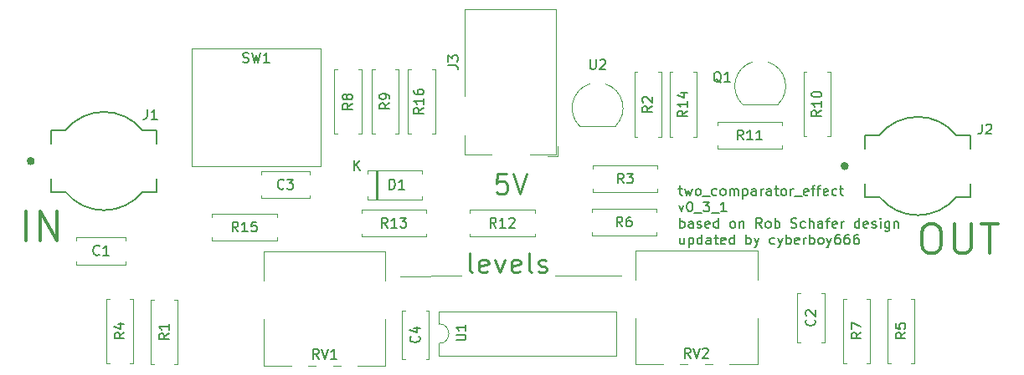
<source format=gbr>
G04 #@! TF.GenerationSoftware,KiCad,Pcbnew,5.1.10*
G04 #@! TF.CreationDate,2021-10-22T12:56:56+13:00*
G04 #@! TF.ProjectId,two_comparator_effect,74776f5f-636f-46d7-9061-7261746f725f,rev?*
G04 #@! TF.SameCoordinates,Original*
G04 #@! TF.FileFunction,Legend,Top*
G04 #@! TF.FilePolarity,Positive*
%FSLAX46Y46*%
G04 Gerber Fmt 4.6, Leading zero omitted, Abs format (unit mm)*
G04 Created by KiCad (PCBNEW 5.1.10) date 2021-10-22 12:56:56*
%MOMM*%
%LPD*%
G01*
G04 APERTURE LIST*
%ADD10C,0.120000*%
%ADD11C,0.250000*%
%ADD12C,0.150000*%
%ADD13C,0.350000*%
%ADD14C,0.127000*%
%ADD15C,0.400000*%
G04 APERTURE END LIST*
D10*
X135000000Y-68250000D02*
X128900000Y-68300000D01*
X144500000Y-68250000D02*
X151200000Y-68250000D01*
D11*
X136178571Y-67904761D02*
X135988095Y-67809523D01*
X135892857Y-67619047D01*
X135892857Y-65904761D01*
X137702380Y-67809523D02*
X137511904Y-67904761D01*
X137130952Y-67904761D01*
X136940476Y-67809523D01*
X136845238Y-67619047D01*
X136845238Y-66857142D01*
X136940476Y-66666666D01*
X137130952Y-66571428D01*
X137511904Y-66571428D01*
X137702380Y-66666666D01*
X137797619Y-66857142D01*
X137797619Y-67047619D01*
X136845238Y-67238095D01*
X138464285Y-66571428D02*
X138940476Y-67904761D01*
X139416666Y-66571428D01*
X140940476Y-67809523D02*
X140750000Y-67904761D01*
X140369047Y-67904761D01*
X140178571Y-67809523D01*
X140083333Y-67619047D01*
X140083333Y-66857142D01*
X140178571Y-66666666D01*
X140369047Y-66571428D01*
X140750000Y-66571428D01*
X140940476Y-66666666D01*
X141035714Y-66857142D01*
X141035714Y-67047619D01*
X140083333Y-67238095D01*
X142178571Y-67904761D02*
X141988095Y-67809523D01*
X141892857Y-67619047D01*
X141892857Y-65904761D01*
X142845238Y-67809523D02*
X143035714Y-67904761D01*
X143416666Y-67904761D01*
X143607142Y-67809523D01*
X143702380Y-67619047D01*
X143702380Y-67523809D01*
X143607142Y-67333333D01*
X143416666Y-67238095D01*
X143130952Y-67238095D01*
X142940476Y-67142857D01*
X142845238Y-66952380D01*
X142845238Y-66857142D01*
X142940476Y-66666666D01*
X143130952Y-66571428D01*
X143416666Y-66571428D01*
X143607142Y-66666666D01*
D12*
X156992738Y-59410714D02*
X157373690Y-59410714D01*
X157135595Y-59077380D02*
X157135595Y-59934523D01*
X157183214Y-60029761D01*
X157278452Y-60077380D01*
X157373690Y-60077380D01*
X157611785Y-59410714D02*
X157802261Y-60077380D01*
X157992738Y-59601190D01*
X158183214Y-60077380D01*
X158373690Y-59410714D01*
X158897500Y-60077380D02*
X158802261Y-60029761D01*
X158754642Y-59982142D01*
X158707023Y-59886904D01*
X158707023Y-59601190D01*
X158754642Y-59505952D01*
X158802261Y-59458333D01*
X158897500Y-59410714D01*
X159040357Y-59410714D01*
X159135595Y-59458333D01*
X159183214Y-59505952D01*
X159230833Y-59601190D01*
X159230833Y-59886904D01*
X159183214Y-59982142D01*
X159135595Y-60029761D01*
X159040357Y-60077380D01*
X158897500Y-60077380D01*
X159421309Y-60172619D02*
X160183214Y-60172619D01*
X160849880Y-60029761D02*
X160754642Y-60077380D01*
X160564166Y-60077380D01*
X160468928Y-60029761D01*
X160421309Y-59982142D01*
X160373690Y-59886904D01*
X160373690Y-59601190D01*
X160421309Y-59505952D01*
X160468928Y-59458333D01*
X160564166Y-59410714D01*
X160754642Y-59410714D01*
X160849880Y-59458333D01*
X161421309Y-60077380D02*
X161326071Y-60029761D01*
X161278452Y-59982142D01*
X161230833Y-59886904D01*
X161230833Y-59601190D01*
X161278452Y-59505952D01*
X161326071Y-59458333D01*
X161421309Y-59410714D01*
X161564166Y-59410714D01*
X161659404Y-59458333D01*
X161707023Y-59505952D01*
X161754642Y-59601190D01*
X161754642Y-59886904D01*
X161707023Y-59982142D01*
X161659404Y-60029761D01*
X161564166Y-60077380D01*
X161421309Y-60077380D01*
X162183214Y-60077380D02*
X162183214Y-59410714D01*
X162183214Y-59505952D02*
X162230833Y-59458333D01*
X162326071Y-59410714D01*
X162468928Y-59410714D01*
X162564166Y-59458333D01*
X162611785Y-59553571D01*
X162611785Y-60077380D01*
X162611785Y-59553571D02*
X162659404Y-59458333D01*
X162754642Y-59410714D01*
X162897500Y-59410714D01*
X162992738Y-59458333D01*
X163040357Y-59553571D01*
X163040357Y-60077380D01*
X163516547Y-59410714D02*
X163516547Y-60410714D01*
X163516547Y-59458333D02*
X163611785Y-59410714D01*
X163802261Y-59410714D01*
X163897500Y-59458333D01*
X163945119Y-59505952D01*
X163992738Y-59601190D01*
X163992738Y-59886904D01*
X163945119Y-59982142D01*
X163897500Y-60029761D01*
X163802261Y-60077380D01*
X163611785Y-60077380D01*
X163516547Y-60029761D01*
X164849880Y-60077380D02*
X164849880Y-59553571D01*
X164802261Y-59458333D01*
X164707023Y-59410714D01*
X164516547Y-59410714D01*
X164421309Y-59458333D01*
X164849880Y-60029761D02*
X164754642Y-60077380D01*
X164516547Y-60077380D01*
X164421309Y-60029761D01*
X164373690Y-59934523D01*
X164373690Y-59839285D01*
X164421309Y-59744047D01*
X164516547Y-59696428D01*
X164754642Y-59696428D01*
X164849880Y-59648809D01*
X165326071Y-60077380D02*
X165326071Y-59410714D01*
X165326071Y-59601190D02*
X165373690Y-59505952D01*
X165421309Y-59458333D01*
X165516547Y-59410714D01*
X165611785Y-59410714D01*
X166373690Y-60077380D02*
X166373690Y-59553571D01*
X166326071Y-59458333D01*
X166230833Y-59410714D01*
X166040357Y-59410714D01*
X165945119Y-59458333D01*
X166373690Y-60029761D02*
X166278452Y-60077380D01*
X166040357Y-60077380D01*
X165945119Y-60029761D01*
X165897500Y-59934523D01*
X165897500Y-59839285D01*
X165945119Y-59744047D01*
X166040357Y-59696428D01*
X166278452Y-59696428D01*
X166373690Y-59648809D01*
X166707023Y-59410714D02*
X167087976Y-59410714D01*
X166849880Y-59077380D02*
X166849880Y-59934523D01*
X166897500Y-60029761D01*
X166992738Y-60077380D01*
X167087976Y-60077380D01*
X167564166Y-60077380D02*
X167468928Y-60029761D01*
X167421309Y-59982142D01*
X167373690Y-59886904D01*
X167373690Y-59601190D01*
X167421309Y-59505952D01*
X167468928Y-59458333D01*
X167564166Y-59410714D01*
X167707023Y-59410714D01*
X167802261Y-59458333D01*
X167849880Y-59505952D01*
X167897500Y-59601190D01*
X167897500Y-59886904D01*
X167849880Y-59982142D01*
X167802261Y-60029761D01*
X167707023Y-60077380D01*
X167564166Y-60077380D01*
X168326071Y-60077380D02*
X168326071Y-59410714D01*
X168326071Y-59601190D02*
X168373690Y-59505952D01*
X168421309Y-59458333D01*
X168516547Y-59410714D01*
X168611785Y-59410714D01*
X168707023Y-60172619D02*
X169468928Y-60172619D01*
X170087976Y-60029761D02*
X169992738Y-60077380D01*
X169802261Y-60077380D01*
X169707023Y-60029761D01*
X169659404Y-59934523D01*
X169659404Y-59553571D01*
X169707023Y-59458333D01*
X169802261Y-59410714D01*
X169992738Y-59410714D01*
X170087976Y-59458333D01*
X170135595Y-59553571D01*
X170135595Y-59648809D01*
X169659404Y-59744047D01*
X170421309Y-59410714D02*
X170802261Y-59410714D01*
X170564166Y-60077380D02*
X170564166Y-59220238D01*
X170611785Y-59125000D01*
X170707023Y-59077380D01*
X170802261Y-59077380D01*
X170992738Y-59410714D02*
X171373690Y-59410714D01*
X171135595Y-60077380D02*
X171135595Y-59220238D01*
X171183214Y-59125000D01*
X171278452Y-59077380D01*
X171373690Y-59077380D01*
X172087976Y-60029761D02*
X171992738Y-60077380D01*
X171802261Y-60077380D01*
X171707023Y-60029761D01*
X171659404Y-59934523D01*
X171659404Y-59553571D01*
X171707023Y-59458333D01*
X171802261Y-59410714D01*
X171992738Y-59410714D01*
X172087976Y-59458333D01*
X172135595Y-59553571D01*
X172135595Y-59648809D01*
X171659404Y-59744047D01*
X172992738Y-60029761D02*
X172897500Y-60077380D01*
X172707023Y-60077380D01*
X172611785Y-60029761D01*
X172564166Y-59982142D01*
X172516547Y-59886904D01*
X172516547Y-59601190D01*
X172564166Y-59505952D01*
X172611785Y-59458333D01*
X172707023Y-59410714D01*
X172897500Y-59410714D01*
X172992738Y-59458333D01*
X173278452Y-59410714D02*
X173659404Y-59410714D01*
X173421309Y-59077380D02*
X173421309Y-59934523D01*
X173468928Y-60029761D01*
X173564166Y-60077380D01*
X173659404Y-60077380D01*
X157040357Y-61060714D02*
X157278452Y-61727380D01*
X157516547Y-61060714D01*
X158087976Y-60727380D02*
X158183214Y-60727380D01*
X158278452Y-60775000D01*
X158326071Y-60822619D01*
X158373690Y-60917857D01*
X158421309Y-61108333D01*
X158421309Y-61346428D01*
X158373690Y-61536904D01*
X158326071Y-61632142D01*
X158278452Y-61679761D01*
X158183214Y-61727380D01*
X158087976Y-61727380D01*
X157992738Y-61679761D01*
X157945119Y-61632142D01*
X157897500Y-61536904D01*
X157849880Y-61346428D01*
X157849880Y-61108333D01*
X157897500Y-60917857D01*
X157945119Y-60822619D01*
X157992738Y-60775000D01*
X158087976Y-60727380D01*
X158611785Y-61822619D02*
X159373690Y-61822619D01*
X159516547Y-60727380D02*
X160135595Y-60727380D01*
X159802261Y-61108333D01*
X159945119Y-61108333D01*
X160040357Y-61155952D01*
X160087976Y-61203571D01*
X160135595Y-61298809D01*
X160135595Y-61536904D01*
X160087976Y-61632142D01*
X160040357Y-61679761D01*
X159945119Y-61727380D01*
X159659404Y-61727380D01*
X159564166Y-61679761D01*
X159516547Y-61632142D01*
X160326071Y-61822619D02*
X161087976Y-61822619D01*
X161849880Y-61727380D02*
X161278452Y-61727380D01*
X161564166Y-61727380D02*
X161564166Y-60727380D01*
X161468928Y-60870238D01*
X161373690Y-60965476D01*
X161278452Y-61013095D01*
X157135595Y-63377380D02*
X157135595Y-62377380D01*
X157135595Y-62758333D02*
X157230833Y-62710714D01*
X157421309Y-62710714D01*
X157516547Y-62758333D01*
X157564166Y-62805952D01*
X157611785Y-62901190D01*
X157611785Y-63186904D01*
X157564166Y-63282142D01*
X157516547Y-63329761D01*
X157421309Y-63377380D01*
X157230833Y-63377380D01*
X157135595Y-63329761D01*
X158468928Y-63377380D02*
X158468928Y-62853571D01*
X158421309Y-62758333D01*
X158326071Y-62710714D01*
X158135595Y-62710714D01*
X158040357Y-62758333D01*
X158468928Y-63329761D02*
X158373690Y-63377380D01*
X158135595Y-63377380D01*
X158040357Y-63329761D01*
X157992738Y-63234523D01*
X157992738Y-63139285D01*
X158040357Y-63044047D01*
X158135595Y-62996428D01*
X158373690Y-62996428D01*
X158468928Y-62948809D01*
X158897500Y-63329761D02*
X158992738Y-63377380D01*
X159183214Y-63377380D01*
X159278452Y-63329761D01*
X159326071Y-63234523D01*
X159326071Y-63186904D01*
X159278452Y-63091666D01*
X159183214Y-63044047D01*
X159040357Y-63044047D01*
X158945119Y-62996428D01*
X158897500Y-62901190D01*
X158897500Y-62853571D01*
X158945119Y-62758333D01*
X159040357Y-62710714D01*
X159183214Y-62710714D01*
X159278452Y-62758333D01*
X160135595Y-63329761D02*
X160040357Y-63377380D01*
X159849880Y-63377380D01*
X159754642Y-63329761D01*
X159707023Y-63234523D01*
X159707023Y-62853571D01*
X159754642Y-62758333D01*
X159849880Y-62710714D01*
X160040357Y-62710714D01*
X160135595Y-62758333D01*
X160183214Y-62853571D01*
X160183214Y-62948809D01*
X159707023Y-63044047D01*
X161040357Y-63377380D02*
X161040357Y-62377380D01*
X161040357Y-63329761D02*
X160945119Y-63377380D01*
X160754642Y-63377380D01*
X160659404Y-63329761D01*
X160611785Y-63282142D01*
X160564166Y-63186904D01*
X160564166Y-62901190D01*
X160611785Y-62805952D01*
X160659404Y-62758333D01*
X160754642Y-62710714D01*
X160945119Y-62710714D01*
X161040357Y-62758333D01*
X162421309Y-63377380D02*
X162326071Y-63329761D01*
X162278452Y-63282142D01*
X162230833Y-63186904D01*
X162230833Y-62901190D01*
X162278452Y-62805952D01*
X162326071Y-62758333D01*
X162421309Y-62710714D01*
X162564166Y-62710714D01*
X162659404Y-62758333D01*
X162707023Y-62805952D01*
X162754642Y-62901190D01*
X162754642Y-63186904D01*
X162707023Y-63282142D01*
X162659404Y-63329761D01*
X162564166Y-63377380D01*
X162421309Y-63377380D01*
X163183214Y-62710714D02*
X163183214Y-63377380D01*
X163183214Y-62805952D02*
X163230833Y-62758333D01*
X163326071Y-62710714D01*
X163468928Y-62710714D01*
X163564166Y-62758333D01*
X163611785Y-62853571D01*
X163611785Y-63377380D01*
X165421309Y-63377380D02*
X165087976Y-62901190D01*
X164849880Y-63377380D02*
X164849880Y-62377380D01*
X165230833Y-62377380D01*
X165326071Y-62425000D01*
X165373690Y-62472619D01*
X165421309Y-62567857D01*
X165421309Y-62710714D01*
X165373690Y-62805952D01*
X165326071Y-62853571D01*
X165230833Y-62901190D01*
X164849880Y-62901190D01*
X165992738Y-63377380D02*
X165897500Y-63329761D01*
X165849880Y-63282142D01*
X165802261Y-63186904D01*
X165802261Y-62901190D01*
X165849880Y-62805952D01*
X165897500Y-62758333D01*
X165992738Y-62710714D01*
X166135595Y-62710714D01*
X166230833Y-62758333D01*
X166278452Y-62805952D01*
X166326071Y-62901190D01*
X166326071Y-63186904D01*
X166278452Y-63282142D01*
X166230833Y-63329761D01*
X166135595Y-63377380D01*
X165992738Y-63377380D01*
X166754642Y-63377380D02*
X166754642Y-62377380D01*
X166754642Y-62758333D02*
X166849880Y-62710714D01*
X167040357Y-62710714D01*
X167135595Y-62758333D01*
X167183214Y-62805952D01*
X167230833Y-62901190D01*
X167230833Y-63186904D01*
X167183214Y-63282142D01*
X167135595Y-63329761D01*
X167040357Y-63377380D01*
X166849880Y-63377380D01*
X166754642Y-63329761D01*
X168373690Y-63329761D02*
X168516547Y-63377380D01*
X168754642Y-63377380D01*
X168849880Y-63329761D01*
X168897500Y-63282142D01*
X168945119Y-63186904D01*
X168945119Y-63091666D01*
X168897500Y-62996428D01*
X168849880Y-62948809D01*
X168754642Y-62901190D01*
X168564166Y-62853571D01*
X168468928Y-62805952D01*
X168421309Y-62758333D01*
X168373690Y-62663095D01*
X168373690Y-62567857D01*
X168421309Y-62472619D01*
X168468928Y-62425000D01*
X168564166Y-62377380D01*
X168802261Y-62377380D01*
X168945119Y-62425000D01*
X169802261Y-63329761D02*
X169707023Y-63377380D01*
X169516547Y-63377380D01*
X169421309Y-63329761D01*
X169373690Y-63282142D01*
X169326071Y-63186904D01*
X169326071Y-62901190D01*
X169373690Y-62805952D01*
X169421309Y-62758333D01*
X169516547Y-62710714D01*
X169707023Y-62710714D01*
X169802261Y-62758333D01*
X170230833Y-63377380D02*
X170230833Y-62377380D01*
X170659404Y-63377380D02*
X170659404Y-62853571D01*
X170611785Y-62758333D01*
X170516547Y-62710714D01*
X170373690Y-62710714D01*
X170278452Y-62758333D01*
X170230833Y-62805952D01*
X171564166Y-63377380D02*
X171564166Y-62853571D01*
X171516547Y-62758333D01*
X171421309Y-62710714D01*
X171230833Y-62710714D01*
X171135595Y-62758333D01*
X171564166Y-63329761D02*
X171468928Y-63377380D01*
X171230833Y-63377380D01*
X171135595Y-63329761D01*
X171087976Y-63234523D01*
X171087976Y-63139285D01*
X171135595Y-63044047D01*
X171230833Y-62996428D01*
X171468928Y-62996428D01*
X171564166Y-62948809D01*
X171897500Y-62710714D02*
X172278452Y-62710714D01*
X172040357Y-63377380D02*
X172040357Y-62520238D01*
X172087976Y-62425000D01*
X172183214Y-62377380D01*
X172278452Y-62377380D01*
X172992738Y-63329761D02*
X172897500Y-63377380D01*
X172707023Y-63377380D01*
X172611785Y-63329761D01*
X172564166Y-63234523D01*
X172564166Y-62853571D01*
X172611785Y-62758333D01*
X172707023Y-62710714D01*
X172897500Y-62710714D01*
X172992738Y-62758333D01*
X173040357Y-62853571D01*
X173040357Y-62948809D01*
X172564166Y-63044047D01*
X173468928Y-63377380D02*
X173468928Y-62710714D01*
X173468928Y-62901190D02*
X173516547Y-62805952D01*
X173564166Y-62758333D01*
X173659404Y-62710714D01*
X173754642Y-62710714D01*
X175278452Y-63377380D02*
X175278452Y-62377380D01*
X175278452Y-63329761D02*
X175183214Y-63377380D01*
X174992738Y-63377380D01*
X174897500Y-63329761D01*
X174849880Y-63282142D01*
X174802261Y-63186904D01*
X174802261Y-62901190D01*
X174849880Y-62805952D01*
X174897500Y-62758333D01*
X174992738Y-62710714D01*
X175183214Y-62710714D01*
X175278452Y-62758333D01*
X176135595Y-63329761D02*
X176040357Y-63377380D01*
X175849880Y-63377380D01*
X175754642Y-63329761D01*
X175707023Y-63234523D01*
X175707023Y-62853571D01*
X175754642Y-62758333D01*
X175849880Y-62710714D01*
X176040357Y-62710714D01*
X176135595Y-62758333D01*
X176183214Y-62853571D01*
X176183214Y-62948809D01*
X175707023Y-63044047D01*
X176564166Y-63329761D02*
X176659404Y-63377380D01*
X176849880Y-63377380D01*
X176945119Y-63329761D01*
X176992738Y-63234523D01*
X176992738Y-63186904D01*
X176945119Y-63091666D01*
X176849880Y-63044047D01*
X176707023Y-63044047D01*
X176611785Y-62996428D01*
X176564166Y-62901190D01*
X176564166Y-62853571D01*
X176611785Y-62758333D01*
X176707023Y-62710714D01*
X176849880Y-62710714D01*
X176945119Y-62758333D01*
X177421309Y-63377380D02*
X177421309Y-62710714D01*
X177421309Y-62377380D02*
X177373690Y-62425000D01*
X177421309Y-62472619D01*
X177468928Y-62425000D01*
X177421309Y-62377380D01*
X177421309Y-62472619D01*
X178326071Y-62710714D02*
X178326071Y-63520238D01*
X178278452Y-63615476D01*
X178230833Y-63663095D01*
X178135595Y-63710714D01*
X177992738Y-63710714D01*
X177897500Y-63663095D01*
X178326071Y-63329761D02*
X178230833Y-63377380D01*
X178040357Y-63377380D01*
X177945119Y-63329761D01*
X177897500Y-63282142D01*
X177849880Y-63186904D01*
X177849880Y-62901190D01*
X177897500Y-62805952D01*
X177945119Y-62758333D01*
X178040357Y-62710714D01*
X178230833Y-62710714D01*
X178326071Y-62758333D01*
X178802261Y-62710714D02*
X178802261Y-63377380D01*
X178802261Y-62805952D02*
X178849880Y-62758333D01*
X178945119Y-62710714D01*
X179087976Y-62710714D01*
X179183214Y-62758333D01*
X179230833Y-62853571D01*
X179230833Y-63377380D01*
X157564166Y-64360714D02*
X157564166Y-65027380D01*
X157135595Y-64360714D02*
X157135595Y-64884523D01*
X157183214Y-64979761D01*
X157278452Y-65027380D01*
X157421309Y-65027380D01*
X157516547Y-64979761D01*
X157564166Y-64932142D01*
X158040357Y-64360714D02*
X158040357Y-65360714D01*
X158040357Y-64408333D02*
X158135595Y-64360714D01*
X158326071Y-64360714D01*
X158421309Y-64408333D01*
X158468928Y-64455952D01*
X158516547Y-64551190D01*
X158516547Y-64836904D01*
X158468928Y-64932142D01*
X158421309Y-64979761D01*
X158326071Y-65027380D01*
X158135595Y-65027380D01*
X158040357Y-64979761D01*
X159373690Y-65027380D02*
X159373690Y-64027380D01*
X159373690Y-64979761D02*
X159278452Y-65027380D01*
X159087976Y-65027380D01*
X158992738Y-64979761D01*
X158945119Y-64932142D01*
X158897500Y-64836904D01*
X158897500Y-64551190D01*
X158945119Y-64455952D01*
X158992738Y-64408333D01*
X159087976Y-64360714D01*
X159278452Y-64360714D01*
X159373690Y-64408333D01*
X160278452Y-65027380D02*
X160278452Y-64503571D01*
X160230833Y-64408333D01*
X160135595Y-64360714D01*
X159945119Y-64360714D01*
X159849880Y-64408333D01*
X160278452Y-64979761D02*
X160183214Y-65027380D01*
X159945119Y-65027380D01*
X159849880Y-64979761D01*
X159802261Y-64884523D01*
X159802261Y-64789285D01*
X159849880Y-64694047D01*
X159945119Y-64646428D01*
X160183214Y-64646428D01*
X160278452Y-64598809D01*
X160611785Y-64360714D02*
X160992738Y-64360714D01*
X160754642Y-64027380D02*
X160754642Y-64884523D01*
X160802261Y-64979761D01*
X160897500Y-65027380D01*
X160992738Y-65027380D01*
X161707023Y-64979761D02*
X161611785Y-65027380D01*
X161421309Y-65027380D01*
X161326071Y-64979761D01*
X161278452Y-64884523D01*
X161278452Y-64503571D01*
X161326071Y-64408333D01*
X161421309Y-64360714D01*
X161611785Y-64360714D01*
X161707023Y-64408333D01*
X161754642Y-64503571D01*
X161754642Y-64598809D01*
X161278452Y-64694047D01*
X162611785Y-65027380D02*
X162611785Y-64027380D01*
X162611785Y-64979761D02*
X162516547Y-65027380D01*
X162326071Y-65027380D01*
X162230833Y-64979761D01*
X162183214Y-64932142D01*
X162135595Y-64836904D01*
X162135595Y-64551190D01*
X162183214Y-64455952D01*
X162230833Y-64408333D01*
X162326071Y-64360714D01*
X162516547Y-64360714D01*
X162611785Y-64408333D01*
X163849880Y-65027380D02*
X163849880Y-64027380D01*
X163849880Y-64408333D02*
X163945119Y-64360714D01*
X164135595Y-64360714D01*
X164230833Y-64408333D01*
X164278452Y-64455952D01*
X164326071Y-64551190D01*
X164326071Y-64836904D01*
X164278452Y-64932142D01*
X164230833Y-64979761D01*
X164135595Y-65027380D01*
X163945119Y-65027380D01*
X163849880Y-64979761D01*
X164659404Y-64360714D02*
X164897500Y-65027380D01*
X165135595Y-64360714D02*
X164897500Y-65027380D01*
X164802261Y-65265476D01*
X164754642Y-65313095D01*
X164659404Y-65360714D01*
X166707023Y-64979761D02*
X166611785Y-65027380D01*
X166421309Y-65027380D01*
X166326071Y-64979761D01*
X166278452Y-64932142D01*
X166230833Y-64836904D01*
X166230833Y-64551190D01*
X166278452Y-64455952D01*
X166326071Y-64408333D01*
X166421309Y-64360714D01*
X166611785Y-64360714D01*
X166707023Y-64408333D01*
X167040357Y-64360714D02*
X167278452Y-65027380D01*
X167516547Y-64360714D02*
X167278452Y-65027380D01*
X167183214Y-65265476D01*
X167135595Y-65313095D01*
X167040357Y-65360714D01*
X167897500Y-65027380D02*
X167897500Y-64027380D01*
X167897500Y-64408333D02*
X167992738Y-64360714D01*
X168183214Y-64360714D01*
X168278452Y-64408333D01*
X168326071Y-64455952D01*
X168373690Y-64551190D01*
X168373690Y-64836904D01*
X168326071Y-64932142D01*
X168278452Y-64979761D01*
X168183214Y-65027380D01*
X167992738Y-65027380D01*
X167897500Y-64979761D01*
X169183214Y-64979761D02*
X169087976Y-65027380D01*
X168897500Y-65027380D01*
X168802261Y-64979761D01*
X168754642Y-64884523D01*
X168754642Y-64503571D01*
X168802261Y-64408333D01*
X168897500Y-64360714D01*
X169087976Y-64360714D01*
X169183214Y-64408333D01*
X169230833Y-64503571D01*
X169230833Y-64598809D01*
X168754642Y-64694047D01*
X169659404Y-65027380D02*
X169659404Y-64360714D01*
X169659404Y-64551190D02*
X169707023Y-64455952D01*
X169754642Y-64408333D01*
X169849880Y-64360714D01*
X169945119Y-64360714D01*
X170278452Y-65027380D02*
X170278452Y-64027380D01*
X170278452Y-64408333D02*
X170373690Y-64360714D01*
X170564166Y-64360714D01*
X170659404Y-64408333D01*
X170707023Y-64455952D01*
X170754642Y-64551190D01*
X170754642Y-64836904D01*
X170707023Y-64932142D01*
X170659404Y-64979761D01*
X170564166Y-65027380D01*
X170373690Y-65027380D01*
X170278452Y-64979761D01*
X171326071Y-65027380D02*
X171230833Y-64979761D01*
X171183214Y-64932142D01*
X171135595Y-64836904D01*
X171135595Y-64551190D01*
X171183214Y-64455952D01*
X171230833Y-64408333D01*
X171326071Y-64360714D01*
X171468928Y-64360714D01*
X171564166Y-64408333D01*
X171611785Y-64455952D01*
X171659404Y-64551190D01*
X171659404Y-64836904D01*
X171611785Y-64932142D01*
X171564166Y-64979761D01*
X171468928Y-65027380D01*
X171326071Y-65027380D01*
X171992738Y-64360714D02*
X172230833Y-65027380D01*
X172468928Y-64360714D02*
X172230833Y-65027380D01*
X172135595Y-65265476D01*
X172087976Y-65313095D01*
X171992738Y-65360714D01*
X173278452Y-64027380D02*
X173087976Y-64027380D01*
X172992738Y-64075000D01*
X172945119Y-64122619D01*
X172849880Y-64265476D01*
X172802261Y-64455952D01*
X172802261Y-64836904D01*
X172849880Y-64932142D01*
X172897500Y-64979761D01*
X172992738Y-65027380D01*
X173183214Y-65027380D01*
X173278452Y-64979761D01*
X173326071Y-64932142D01*
X173373690Y-64836904D01*
X173373690Y-64598809D01*
X173326071Y-64503571D01*
X173278452Y-64455952D01*
X173183214Y-64408333D01*
X172992738Y-64408333D01*
X172897500Y-64455952D01*
X172849880Y-64503571D01*
X172802261Y-64598809D01*
X174230833Y-64027380D02*
X174040357Y-64027380D01*
X173945119Y-64075000D01*
X173897500Y-64122619D01*
X173802261Y-64265476D01*
X173754642Y-64455952D01*
X173754642Y-64836904D01*
X173802261Y-64932142D01*
X173849880Y-64979761D01*
X173945119Y-65027380D01*
X174135595Y-65027380D01*
X174230833Y-64979761D01*
X174278452Y-64932142D01*
X174326071Y-64836904D01*
X174326071Y-64598809D01*
X174278452Y-64503571D01*
X174230833Y-64455952D01*
X174135595Y-64408333D01*
X173945119Y-64408333D01*
X173849880Y-64455952D01*
X173802261Y-64503571D01*
X173754642Y-64598809D01*
X175183214Y-64027380D02*
X174992738Y-64027380D01*
X174897500Y-64075000D01*
X174849880Y-64122619D01*
X174754642Y-64265476D01*
X174707023Y-64455952D01*
X174707023Y-64836904D01*
X174754642Y-64932142D01*
X174802261Y-64979761D01*
X174897500Y-65027380D01*
X175087976Y-65027380D01*
X175183214Y-64979761D01*
X175230833Y-64932142D01*
X175278452Y-64836904D01*
X175278452Y-64598809D01*
X175230833Y-64503571D01*
X175183214Y-64455952D01*
X175087976Y-64408333D01*
X174897500Y-64408333D01*
X174802261Y-64455952D01*
X174754642Y-64503571D01*
X174707023Y-64598809D01*
D11*
X139619047Y-57904761D02*
X138666666Y-57904761D01*
X138571428Y-58857142D01*
X138666666Y-58761904D01*
X138857142Y-58666666D01*
X139333333Y-58666666D01*
X139523809Y-58761904D01*
X139619047Y-58857142D01*
X139714285Y-59047619D01*
X139714285Y-59523809D01*
X139619047Y-59714285D01*
X139523809Y-59809523D01*
X139333333Y-59904761D01*
X138857142Y-59904761D01*
X138666666Y-59809523D01*
X138571428Y-59714285D01*
X140285714Y-57904761D02*
X140952380Y-59904761D01*
X141619047Y-57904761D01*
D13*
X182300000Y-62957142D02*
X182871428Y-62957142D01*
X183157142Y-63100000D01*
X183442857Y-63385714D01*
X183585714Y-63957142D01*
X183585714Y-64957142D01*
X183442857Y-65528571D01*
X183157142Y-65814285D01*
X182871428Y-65957142D01*
X182300000Y-65957142D01*
X182014285Y-65814285D01*
X181728571Y-65528571D01*
X181585714Y-64957142D01*
X181585714Y-63957142D01*
X181728571Y-63385714D01*
X182014285Y-63100000D01*
X182300000Y-62957142D01*
X184871428Y-62957142D02*
X184871428Y-65385714D01*
X185014285Y-65671428D01*
X185157142Y-65814285D01*
X185442857Y-65957142D01*
X186014285Y-65957142D01*
X186300000Y-65814285D01*
X186442857Y-65671428D01*
X186585714Y-65385714D01*
X186585714Y-62957142D01*
X187585714Y-62957142D02*
X189300000Y-62957142D01*
X188442857Y-65957142D02*
X188442857Y-62957142D01*
X91028571Y-64657142D02*
X91028571Y-61657142D01*
X92457142Y-64657142D02*
X92457142Y-61657142D01*
X94171428Y-64657142D01*
X94171428Y-61657142D01*
D10*
X154760000Y-63840000D02*
X154760000Y-64170000D01*
X154760000Y-64170000D02*
X148220000Y-64170000D01*
X148220000Y-64170000D02*
X148220000Y-63840000D01*
X154760000Y-61760000D02*
X154760000Y-61430000D01*
X154760000Y-61430000D02*
X148220000Y-61430000D01*
X148220000Y-61430000D02*
X148220000Y-61760000D01*
X152630000Y-65630000D02*
X164970000Y-65630000D01*
X162170000Y-77220000D02*
X164970000Y-77220000D01*
X159671000Y-77220000D02*
X160430000Y-77220000D01*
X157171000Y-77220000D02*
X157930000Y-77220000D01*
X152630000Y-77220000D02*
X155429000Y-77220000D01*
X164970000Y-68645000D02*
X164970000Y-65630000D01*
X164970000Y-77220000D02*
X164970000Y-72554000D01*
X152630000Y-68645000D02*
X152630000Y-65630000D01*
X152630000Y-77220000D02*
X152630000Y-72554000D01*
X147020000Y-53075000D02*
X150620000Y-53075000D01*
X150628445Y-53052684D02*
G75*
G03*
X149600000Y-48775000I-1808445J1827684D01*
G01*
X147008125Y-53066741D02*
G75*
G02*
X148000000Y-48775000I1811875J1841741D01*
G01*
X163470000Y-50850000D02*
X167070000Y-50850000D01*
X167078445Y-50827684D02*
G75*
G03*
X166050000Y-46550000I-1808445J1827684D01*
G01*
X163458125Y-50841741D02*
G75*
G02*
X164450000Y-46550000I1811875J1841741D01*
G01*
X101070000Y-66755000D02*
X101070000Y-67070000D01*
X101070000Y-64330000D02*
X101070000Y-64645000D01*
X96130000Y-66755000D02*
X96130000Y-67070000D01*
X96130000Y-64330000D02*
X96130000Y-64645000D01*
X96130000Y-67070000D02*
X101070000Y-67070000D01*
X96130000Y-64330000D02*
X101070000Y-64330000D01*
X171770000Y-70030000D02*
X171770000Y-74970000D01*
X169030000Y-70030000D02*
X169030000Y-74970000D01*
X171770000Y-70030000D02*
X171455000Y-70030000D01*
X169345000Y-70030000D02*
X169030000Y-70030000D01*
X171770000Y-74970000D02*
X171455000Y-74970000D01*
X169345000Y-74970000D02*
X169030000Y-74970000D01*
X114780000Y-57945000D02*
X114780000Y-57630000D01*
X114780000Y-60370000D02*
X114780000Y-60055000D01*
X119720000Y-57945000D02*
X119720000Y-57630000D01*
X119720000Y-60370000D02*
X119720000Y-60055000D01*
X119720000Y-57630000D02*
X114780000Y-57630000D01*
X119720000Y-60370000D02*
X114780000Y-60370000D01*
X126370000Y-57530000D02*
X126370000Y-60470000D01*
X126610000Y-57530000D02*
X126610000Y-60470000D01*
X126490000Y-57530000D02*
X126490000Y-60470000D01*
X131030000Y-60470000D02*
X131030000Y-60140000D01*
X125590000Y-60470000D02*
X131030000Y-60470000D01*
X125590000Y-60140000D02*
X125590000Y-60470000D01*
X131030000Y-57530000D02*
X131030000Y-57860000D01*
X125590000Y-57530000D02*
X131030000Y-57530000D01*
X125590000Y-57860000D02*
X125590000Y-57530000D01*
X144600000Y-55900000D02*
X142000000Y-55900000D01*
X144600000Y-41200000D02*
X144600000Y-55900000D01*
X135400000Y-55900000D02*
X135400000Y-54000000D01*
X138100000Y-55900000D02*
X135400000Y-55900000D01*
X135400000Y-41200000D02*
X144600000Y-41200000D01*
X135400000Y-50000000D02*
X135400000Y-41200000D01*
X144800000Y-55050000D02*
X144800000Y-56100000D01*
X143750000Y-56100000D02*
X144800000Y-56100000D01*
X103630000Y-77180000D02*
X103960000Y-77180000D01*
X103630000Y-70640000D02*
X103630000Y-77180000D01*
X103960000Y-70640000D02*
X103630000Y-70640000D01*
X106370000Y-77180000D02*
X106040000Y-77180000D01*
X106370000Y-70640000D02*
X106370000Y-77180000D01*
X106040000Y-70640000D02*
X106370000Y-70640000D01*
X154940000Y-47590000D02*
X155270000Y-47590000D01*
X155270000Y-47590000D02*
X155270000Y-54130000D01*
X155270000Y-54130000D02*
X154940000Y-54130000D01*
X152860000Y-47590000D02*
X152530000Y-47590000D01*
X152530000Y-47590000D02*
X152530000Y-54130000D01*
X152530000Y-54130000D02*
X152860000Y-54130000D01*
X154880000Y-59770000D02*
X154880000Y-59440000D01*
X148340000Y-59770000D02*
X154880000Y-59770000D01*
X148340000Y-59440000D02*
X148340000Y-59770000D01*
X154880000Y-57030000D02*
X154880000Y-57360000D01*
X148340000Y-57030000D02*
X154880000Y-57030000D01*
X148340000Y-57360000D02*
X148340000Y-57030000D01*
X101540000Y-70540000D02*
X101870000Y-70540000D01*
X101870000Y-70540000D02*
X101870000Y-77080000D01*
X101870000Y-77080000D02*
X101540000Y-77080000D01*
X99460000Y-70540000D02*
X99130000Y-70540000D01*
X99130000Y-70540000D02*
X99130000Y-77080000D01*
X99130000Y-77080000D02*
X99460000Y-77080000D01*
X180540000Y-70540000D02*
X180870000Y-70540000D01*
X180870000Y-70540000D02*
X180870000Y-77080000D01*
X180870000Y-77080000D02*
X180540000Y-77080000D01*
X178460000Y-70540000D02*
X178130000Y-70540000D01*
X178130000Y-70540000D02*
X178130000Y-77080000D01*
X178130000Y-77080000D02*
X178460000Y-77080000D01*
X173630000Y-77080000D02*
X173960000Y-77080000D01*
X173630000Y-70540000D02*
X173630000Y-77080000D01*
X173960000Y-70540000D02*
X173630000Y-70540000D01*
X176370000Y-77080000D02*
X176040000Y-77080000D01*
X176370000Y-70540000D02*
X176370000Y-77080000D01*
X176040000Y-70540000D02*
X176370000Y-70540000D01*
X122205000Y-53855000D02*
X122535000Y-53855000D01*
X122205000Y-47315000D02*
X122205000Y-53855000D01*
X122535000Y-47315000D02*
X122205000Y-47315000D01*
X124945000Y-53855000D02*
X124615000Y-53855000D01*
X124945000Y-47315000D02*
X124945000Y-53855000D01*
X124615000Y-47315000D02*
X124945000Y-47315000D01*
X128365000Y-47290000D02*
X128695000Y-47290000D01*
X128695000Y-47290000D02*
X128695000Y-53830000D01*
X128695000Y-53830000D02*
X128365000Y-53830000D01*
X126285000Y-47290000D02*
X125955000Y-47290000D01*
X125955000Y-47290000D02*
X125955000Y-53830000D01*
X125955000Y-53830000D02*
X126285000Y-53830000D01*
X172040000Y-47540000D02*
X172370000Y-47540000D01*
X172370000Y-47540000D02*
X172370000Y-54080000D01*
X172370000Y-54080000D02*
X172040000Y-54080000D01*
X169960000Y-47540000D02*
X169630000Y-47540000D01*
X169630000Y-47540000D02*
X169630000Y-54080000D01*
X169630000Y-54080000D02*
X169960000Y-54080000D01*
X160920000Y-52630000D02*
X160920000Y-52960000D01*
X167460000Y-52630000D02*
X160920000Y-52630000D01*
X167460000Y-52960000D02*
X167460000Y-52630000D01*
X160920000Y-55370000D02*
X160920000Y-55040000D01*
X167460000Y-55370000D02*
X160920000Y-55370000D01*
X167460000Y-55040000D02*
X167460000Y-55370000D01*
X135920000Y-61530000D02*
X135920000Y-61860000D01*
X142460000Y-61530000D02*
X135920000Y-61530000D01*
X142460000Y-61860000D02*
X142460000Y-61530000D01*
X135920000Y-64270000D02*
X135920000Y-63940000D01*
X142460000Y-64270000D02*
X135920000Y-64270000D01*
X142460000Y-63940000D02*
X142460000Y-64270000D01*
X131480000Y-64270000D02*
X131480000Y-63940000D01*
X124940000Y-64270000D02*
X131480000Y-64270000D01*
X124940000Y-63940000D02*
X124940000Y-64270000D01*
X131480000Y-61530000D02*
X131480000Y-61860000D01*
X124940000Y-61530000D02*
X131480000Y-61530000D01*
X124940000Y-61860000D02*
X124940000Y-61530000D01*
X158490000Y-47590000D02*
X158820000Y-47590000D01*
X158820000Y-47590000D02*
X158820000Y-54130000D01*
X158820000Y-54130000D02*
X158490000Y-54130000D01*
X156410000Y-47590000D02*
X156080000Y-47590000D01*
X156080000Y-47590000D02*
X156080000Y-54130000D01*
X156080000Y-54130000D02*
X156410000Y-54130000D01*
X109840000Y-62260000D02*
X109840000Y-61930000D01*
X109840000Y-61930000D02*
X116380000Y-61930000D01*
X116380000Y-61930000D02*
X116380000Y-62260000D01*
X109840000Y-64340000D02*
X109840000Y-64670000D01*
X109840000Y-64670000D02*
X116380000Y-64670000D01*
X116380000Y-64670000D02*
X116380000Y-64340000D01*
X129655000Y-53830000D02*
X129985000Y-53830000D01*
X129655000Y-47290000D02*
X129655000Y-53830000D01*
X129985000Y-47290000D02*
X129655000Y-47290000D01*
X132395000Y-53830000D02*
X132065000Y-53830000D01*
X132395000Y-47290000D02*
X132395000Y-53830000D01*
X132065000Y-47290000D02*
X132395000Y-47290000D01*
X115030000Y-77320000D02*
X115030000Y-72654000D01*
X115030000Y-68745000D02*
X115030000Y-65730000D01*
X127370000Y-77320000D02*
X127370000Y-72654000D01*
X127370000Y-68745000D02*
X127370000Y-65730000D01*
X115030000Y-77320000D02*
X117829000Y-77320000D01*
X119571000Y-77320000D02*
X120330000Y-77320000D01*
X122071000Y-77320000D02*
X122830000Y-77320000D01*
X124570000Y-77320000D02*
X127370000Y-77320000D01*
X115030000Y-65730000D02*
X127370000Y-65730000D01*
X129345000Y-76670000D02*
X129030000Y-76670000D01*
X131770000Y-76670000D02*
X131455000Y-76670000D01*
X129345000Y-71730000D02*
X129030000Y-71730000D01*
X131770000Y-71730000D02*
X131455000Y-71730000D01*
X129030000Y-71730000D02*
X129030000Y-76670000D01*
X131770000Y-71730000D02*
X131770000Y-76670000D01*
X132770000Y-71840000D02*
X132770000Y-73090000D01*
X150670000Y-71840000D02*
X132770000Y-71840000D01*
X150670000Y-76340000D02*
X150670000Y-71840000D01*
X132770000Y-76340000D02*
X150670000Y-76340000D01*
X132770000Y-75090000D02*
X132770000Y-76340000D01*
X132770000Y-73090000D02*
G75*
G02*
X132770000Y-75090000I0J-1000000D01*
G01*
D14*
X104250000Y-58365000D02*
X104250000Y-59735000D01*
X104250000Y-53465000D02*
X104250000Y-54835000D01*
X93550000Y-53465000D02*
X93550000Y-54835000D01*
X93550000Y-58365000D02*
X93550000Y-59735000D01*
X104250000Y-59735000D02*
X102784000Y-59735000D01*
X95016000Y-59735000D02*
X93550000Y-59735000D01*
X95016000Y-53465000D02*
X93550000Y-53465000D01*
X104250000Y-53465000D02*
X102784000Y-53465000D01*
D15*
X91700000Y-56600000D02*
G75*
G03*
X91700000Y-56600000I-200000J0D01*
G01*
D14*
X95017924Y-53462628D02*
G75*
G02*
X102784000Y-53465000I3882076J-3151223D01*
G01*
X102782076Y-59737372D02*
G75*
G02*
X95016000Y-59735000I-3882076J3151223D01*
G01*
D15*
X174000000Y-57100000D02*
G75*
G03*
X174000000Y-57100000I-200000J0D01*
G01*
D14*
X186550000Y-53965000D02*
X185084000Y-53965000D01*
X177316000Y-53965000D02*
X175850000Y-53965000D01*
X177316000Y-60235000D02*
X175850000Y-60235000D01*
X186550000Y-60235000D02*
X185084000Y-60235000D01*
X175850000Y-58865000D02*
X175850000Y-60235000D01*
X175850000Y-53965000D02*
X175850000Y-55335000D01*
X186550000Y-53965000D02*
X186550000Y-55335000D01*
X186550000Y-58865000D02*
X186550000Y-60235000D01*
X185082076Y-60237372D02*
G75*
G02*
X177316000Y-60235000I-3882076J3151223D01*
G01*
X177317924Y-53962628D02*
G75*
G02*
X185084000Y-53965000I3882076J-3151223D01*
G01*
D10*
X120775000Y-45150000D02*
X120775000Y-48650000D01*
X107775000Y-45150000D02*
X120775000Y-45150000D01*
X107775000Y-57150000D02*
X107775000Y-45150000D01*
X120775000Y-57150000D02*
X107775000Y-57150000D01*
X120775000Y-45150000D02*
X120775000Y-57150000D01*
D12*
X151323333Y-63252380D02*
X150990000Y-62776190D01*
X150751904Y-63252380D02*
X150751904Y-62252380D01*
X151132857Y-62252380D01*
X151228095Y-62300000D01*
X151275714Y-62347619D01*
X151323333Y-62442857D01*
X151323333Y-62585714D01*
X151275714Y-62680952D01*
X151228095Y-62728571D01*
X151132857Y-62776190D01*
X150751904Y-62776190D01*
X152180476Y-62252380D02*
X151990000Y-62252380D01*
X151894761Y-62300000D01*
X151847142Y-62347619D01*
X151751904Y-62490476D01*
X151704285Y-62680952D01*
X151704285Y-63061904D01*
X151751904Y-63157142D01*
X151799523Y-63204761D01*
X151894761Y-63252380D01*
X152085238Y-63252380D01*
X152180476Y-63204761D01*
X152228095Y-63157142D01*
X152275714Y-63061904D01*
X152275714Y-62823809D01*
X152228095Y-62728571D01*
X152180476Y-62680952D01*
X152085238Y-62633333D01*
X151894761Y-62633333D01*
X151799523Y-62680952D01*
X151751904Y-62728571D01*
X151704285Y-62823809D01*
X158204761Y-76552380D02*
X157871428Y-76076190D01*
X157633333Y-76552380D02*
X157633333Y-75552380D01*
X158014285Y-75552380D01*
X158109523Y-75600000D01*
X158157142Y-75647619D01*
X158204761Y-75742857D01*
X158204761Y-75885714D01*
X158157142Y-75980952D01*
X158109523Y-76028571D01*
X158014285Y-76076190D01*
X157633333Y-76076190D01*
X158490476Y-75552380D02*
X158823809Y-76552380D01*
X159157142Y-75552380D01*
X159442857Y-75647619D02*
X159490476Y-75600000D01*
X159585714Y-75552380D01*
X159823809Y-75552380D01*
X159919047Y-75600000D01*
X159966666Y-75647619D01*
X160014285Y-75742857D01*
X160014285Y-75838095D01*
X159966666Y-75980952D01*
X159395238Y-76552380D01*
X160014285Y-76552380D01*
X148058095Y-46277380D02*
X148058095Y-47086904D01*
X148105714Y-47182142D01*
X148153333Y-47229761D01*
X148248571Y-47277380D01*
X148439047Y-47277380D01*
X148534285Y-47229761D01*
X148581904Y-47182142D01*
X148629523Y-47086904D01*
X148629523Y-46277380D01*
X149058095Y-46372619D02*
X149105714Y-46325000D01*
X149200952Y-46277380D01*
X149439047Y-46277380D01*
X149534285Y-46325000D01*
X149581904Y-46372619D01*
X149629523Y-46467857D01*
X149629523Y-46563095D01*
X149581904Y-46705952D01*
X149010476Y-47277380D01*
X149629523Y-47277380D01*
X161304761Y-48647619D02*
X161209523Y-48600000D01*
X161114285Y-48504761D01*
X160971428Y-48361904D01*
X160876190Y-48314285D01*
X160780952Y-48314285D01*
X160828571Y-48552380D02*
X160733333Y-48504761D01*
X160638095Y-48409523D01*
X160590476Y-48219047D01*
X160590476Y-47885714D01*
X160638095Y-47695238D01*
X160733333Y-47600000D01*
X160828571Y-47552380D01*
X161019047Y-47552380D01*
X161114285Y-47600000D01*
X161209523Y-47695238D01*
X161257142Y-47885714D01*
X161257142Y-48219047D01*
X161209523Y-48409523D01*
X161114285Y-48504761D01*
X161019047Y-48552380D01*
X160828571Y-48552380D01*
X162209523Y-48552380D02*
X161638095Y-48552380D01*
X161923809Y-48552380D02*
X161923809Y-47552380D01*
X161828571Y-47695238D01*
X161733333Y-47790476D01*
X161638095Y-47838095D01*
X98433333Y-66057142D02*
X98385714Y-66104761D01*
X98242857Y-66152380D01*
X98147619Y-66152380D01*
X98004761Y-66104761D01*
X97909523Y-66009523D01*
X97861904Y-65914285D01*
X97814285Y-65723809D01*
X97814285Y-65580952D01*
X97861904Y-65390476D01*
X97909523Y-65295238D01*
X98004761Y-65200000D01*
X98147619Y-65152380D01*
X98242857Y-65152380D01*
X98385714Y-65200000D01*
X98433333Y-65247619D01*
X99385714Y-66152380D02*
X98814285Y-66152380D01*
X99100000Y-66152380D02*
X99100000Y-65152380D01*
X99004761Y-65295238D01*
X98909523Y-65390476D01*
X98814285Y-65438095D01*
X170757142Y-72666666D02*
X170804761Y-72714285D01*
X170852380Y-72857142D01*
X170852380Y-72952380D01*
X170804761Y-73095238D01*
X170709523Y-73190476D01*
X170614285Y-73238095D01*
X170423809Y-73285714D01*
X170280952Y-73285714D01*
X170090476Y-73238095D01*
X169995238Y-73190476D01*
X169900000Y-73095238D01*
X169852380Y-72952380D01*
X169852380Y-72857142D01*
X169900000Y-72714285D01*
X169947619Y-72666666D01*
X169947619Y-72285714D02*
X169900000Y-72238095D01*
X169852380Y-72142857D01*
X169852380Y-71904761D01*
X169900000Y-71809523D01*
X169947619Y-71761904D01*
X170042857Y-71714285D01*
X170138095Y-71714285D01*
X170280952Y-71761904D01*
X170852380Y-72333333D01*
X170852380Y-71714285D01*
X117083333Y-59357142D02*
X117035714Y-59404761D01*
X116892857Y-59452380D01*
X116797619Y-59452380D01*
X116654761Y-59404761D01*
X116559523Y-59309523D01*
X116511904Y-59214285D01*
X116464285Y-59023809D01*
X116464285Y-58880952D01*
X116511904Y-58690476D01*
X116559523Y-58595238D01*
X116654761Y-58500000D01*
X116797619Y-58452380D01*
X116892857Y-58452380D01*
X117035714Y-58500000D01*
X117083333Y-58547619D01*
X117416666Y-58452380D02*
X118035714Y-58452380D01*
X117702380Y-58833333D01*
X117845238Y-58833333D01*
X117940476Y-58880952D01*
X117988095Y-58928571D01*
X118035714Y-59023809D01*
X118035714Y-59261904D01*
X117988095Y-59357142D01*
X117940476Y-59404761D01*
X117845238Y-59452380D01*
X117559523Y-59452380D01*
X117464285Y-59404761D01*
X117416666Y-59357142D01*
X127761904Y-59452380D02*
X127761904Y-58452380D01*
X128000000Y-58452380D01*
X128142857Y-58500000D01*
X128238095Y-58595238D01*
X128285714Y-58690476D01*
X128333333Y-58880952D01*
X128333333Y-59023809D01*
X128285714Y-59214285D01*
X128238095Y-59309523D01*
X128142857Y-59404761D01*
X128000000Y-59452380D01*
X127761904Y-59452380D01*
X129285714Y-59452380D02*
X128714285Y-59452380D01*
X129000000Y-59452380D02*
X129000000Y-58452380D01*
X128904761Y-58595238D01*
X128809523Y-58690476D01*
X128714285Y-58738095D01*
X124238095Y-57552380D02*
X124238095Y-56552380D01*
X124809523Y-57552380D02*
X124380952Y-56980952D01*
X124809523Y-56552380D02*
X124238095Y-57123809D01*
X133702380Y-46883333D02*
X134416666Y-46883333D01*
X134559523Y-46930952D01*
X134654761Y-47026190D01*
X134702380Y-47169047D01*
X134702380Y-47264285D01*
X133702380Y-46502380D02*
X133702380Y-45883333D01*
X134083333Y-46216666D01*
X134083333Y-46073809D01*
X134130952Y-45978571D01*
X134178571Y-45930952D01*
X134273809Y-45883333D01*
X134511904Y-45883333D01*
X134607142Y-45930952D01*
X134654761Y-45978571D01*
X134702380Y-46073809D01*
X134702380Y-46359523D01*
X134654761Y-46454761D01*
X134607142Y-46502380D01*
X105452380Y-74076666D02*
X104976190Y-74410000D01*
X105452380Y-74648095D02*
X104452380Y-74648095D01*
X104452380Y-74267142D01*
X104500000Y-74171904D01*
X104547619Y-74124285D01*
X104642857Y-74076666D01*
X104785714Y-74076666D01*
X104880952Y-74124285D01*
X104928571Y-74171904D01*
X104976190Y-74267142D01*
X104976190Y-74648095D01*
X105452380Y-73124285D02*
X105452380Y-73695714D01*
X105452380Y-73410000D02*
X104452380Y-73410000D01*
X104595238Y-73505238D01*
X104690476Y-73600476D01*
X104738095Y-73695714D01*
X154352380Y-51026666D02*
X153876190Y-51360000D01*
X154352380Y-51598095D02*
X153352380Y-51598095D01*
X153352380Y-51217142D01*
X153400000Y-51121904D01*
X153447619Y-51074285D01*
X153542857Y-51026666D01*
X153685714Y-51026666D01*
X153780952Y-51074285D01*
X153828571Y-51121904D01*
X153876190Y-51217142D01*
X153876190Y-51598095D01*
X153447619Y-50645714D02*
X153400000Y-50598095D01*
X153352380Y-50502857D01*
X153352380Y-50264761D01*
X153400000Y-50169523D01*
X153447619Y-50121904D01*
X153542857Y-50074285D01*
X153638095Y-50074285D01*
X153780952Y-50121904D01*
X154352380Y-50693333D01*
X154352380Y-50074285D01*
X151443333Y-58852380D02*
X151110000Y-58376190D01*
X150871904Y-58852380D02*
X150871904Y-57852380D01*
X151252857Y-57852380D01*
X151348095Y-57900000D01*
X151395714Y-57947619D01*
X151443333Y-58042857D01*
X151443333Y-58185714D01*
X151395714Y-58280952D01*
X151348095Y-58328571D01*
X151252857Y-58376190D01*
X150871904Y-58376190D01*
X151776666Y-57852380D02*
X152395714Y-57852380D01*
X152062380Y-58233333D01*
X152205238Y-58233333D01*
X152300476Y-58280952D01*
X152348095Y-58328571D01*
X152395714Y-58423809D01*
X152395714Y-58661904D01*
X152348095Y-58757142D01*
X152300476Y-58804761D01*
X152205238Y-58852380D01*
X151919523Y-58852380D01*
X151824285Y-58804761D01*
X151776666Y-58757142D01*
X100952380Y-73976666D02*
X100476190Y-74310000D01*
X100952380Y-74548095D02*
X99952380Y-74548095D01*
X99952380Y-74167142D01*
X100000000Y-74071904D01*
X100047619Y-74024285D01*
X100142857Y-73976666D01*
X100285714Y-73976666D01*
X100380952Y-74024285D01*
X100428571Y-74071904D01*
X100476190Y-74167142D01*
X100476190Y-74548095D01*
X100285714Y-73119523D02*
X100952380Y-73119523D01*
X99904761Y-73357619D02*
X100619047Y-73595714D01*
X100619047Y-72976666D01*
X179952380Y-73976666D02*
X179476190Y-74310000D01*
X179952380Y-74548095D02*
X178952380Y-74548095D01*
X178952380Y-74167142D01*
X179000000Y-74071904D01*
X179047619Y-74024285D01*
X179142857Y-73976666D01*
X179285714Y-73976666D01*
X179380952Y-74024285D01*
X179428571Y-74071904D01*
X179476190Y-74167142D01*
X179476190Y-74548095D01*
X178952380Y-73071904D02*
X178952380Y-73548095D01*
X179428571Y-73595714D01*
X179380952Y-73548095D01*
X179333333Y-73452857D01*
X179333333Y-73214761D01*
X179380952Y-73119523D01*
X179428571Y-73071904D01*
X179523809Y-73024285D01*
X179761904Y-73024285D01*
X179857142Y-73071904D01*
X179904761Y-73119523D01*
X179952380Y-73214761D01*
X179952380Y-73452857D01*
X179904761Y-73548095D01*
X179857142Y-73595714D01*
X175452380Y-73976666D02*
X174976190Y-74310000D01*
X175452380Y-74548095D02*
X174452380Y-74548095D01*
X174452380Y-74167142D01*
X174500000Y-74071904D01*
X174547619Y-74024285D01*
X174642857Y-73976666D01*
X174785714Y-73976666D01*
X174880952Y-74024285D01*
X174928571Y-74071904D01*
X174976190Y-74167142D01*
X174976190Y-74548095D01*
X174452380Y-73643333D02*
X174452380Y-72976666D01*
X175452380Y-73405238D01*
X124027380Y-50751666D02*
X123551190Y-51085000D01*
X124027380Y-51323095D02*
X123027380Y-51323095D01*
X123027380Y-50942142D01*
X123075000Y-50846904D01*
X123122619Y-50799285D01*
X123217857Y-50751666D01*
X123360714Y-50751666D01*
X123455952Y-50799285D01*
X123503571Y-50846904D01*
X123551190Y-50942142D01*
X123551190Y-51323095D01*
X123455952Y-50180238D02*
X123408333Y-50275476D01*
X123360714Y-50323095D01*
X123265476Y-50370714D01*
X123217857Y-50370714D01*
X123122619Y-50323095D01*
X123075000Y-50275476D01*
X123027380Y-50180238D01*
X123027380Y-49989761D01*
X123075000Y-49894523D01*
X123122619Y-49846904D01*
X123217857Y-49799285D01*
X123265476Y-49799285D01*
X123360714Y-49846904D01*
X123408333Y-49894523D01*
X123455952Y-49989761D01*
X123455952Y-50180238D01*
X123503571Y-50275476D01*
X123551190Y-50323095D01*
X123646428Y-50370714D01*
X123836904Y-50370714D01*
X123932142Y-50323095D01*
X123979761Y-50275476D01*
X124027380Y-50180238D01*
X124027380Y-49989761D01*
X123979761Y-49894523D01*
X123932142Y-49846904D01*
X123836904Y-49799285D01*
X123646428Y-49799285D01*
X123551190Y-49846904D01*
X123503571Y-49894523D01*
X123455952Y-49989761D01*
X127777380Y-50726666D02*
X127301190Y-51060000D01*
X127777380Y-51298095D02*
X126777380Y-51298095D01*
X126777380Y-50917142D01*
X126825000Y-50821904D01*
X126872619Y-50774285D01*
X126967857Y-50726666D01*
X127110714Y-50726666D01*
X127205952Y-50774285D01*
X127253571Y-50821904D01*
X127301190Y-50917142D01*
X127301190Y-51298095D01*
X127777380Y-50250476D02*
X127777380Y-50060000D01*
X127729761Y-49964761D01*
X127682142Y-49917142D01*
X127539285Y-49821904D01*
X127348809Y-49774285D01*
X126967857Y-49774285D01*
X126872619Y-49821904D01*
X126825000Y-49869523D01*
X126777380Y-49964761D01*
X126777380Y-50155238D01*
X126825000Y-50250476D01*
X126872619Y-50298095D01*
X126967857Y-50345714D01*
X127205952Y-50345714D01*
X127301190Y-50298095D01*
X127348809Y-50250476D01*
X127396428Y-50155238D01*
X127396428Y-49964761D01*
X127348809Y-49869523D01*
X127301190Y-49821904D01*
X127205952Y-49774285D01*
X171452380Y-51452857D02*
X170976190Y-51786190D01*
X171452380Y-52024285D02*
X170452380Y-52024285D01*
X170452380Y-51643333D01*
X170500000Y-51548095D01*
X170547619Y-51500476D01*
X170642857Y-51452857D01*
X170785714Y-51452857D01*
X170880952Y-51500476D01*
X170928571Y-51548095D01*
X170976190Y-51643333D01*
X170976190Y-52024285D01*
X171452380Y-50500476D02*
X171452380Y-51071904D01*
X171452380Y-50786190D02*
X170452380Y-50786190D01*
X170595238Y-50881428D01*
X170690476Y-50976666D01*
X170738095Y-51071904D01*
X170452380Y-49881428D02*
X170452380Y-49786190D01*
X170500000Y-49690952D01*
X170547619Y-49643333D01*
X170642857Y-49595714D01*
X170833333Y-49548095D01*
X171071428Y-49548095D01*
X171261904Y-49595714D01*
X171357142Y-49643333D01*
X171404761Y-49690952D01*
X171452380Y-49786190D01*
X171452380Y-49881428D01*
X171404761Y-49976666D01*
X171357142Y-50024285D01*
X171261904Y-50071904D01*
X171071428Y-50119523D01*
X170833333Y-50119523D01*
X170642857Y-50071904D01*
X170547619Y-50024285D01*
X170500000Y-49976666D01*
X170452380Y-49881428D01*
X163547142Y-54452380D02*
X163213809Y-53976190D01*
X162975714Y-54452380D02*
X162975714Y-53452380D01*
X163356666Y-53452380D01*
X163451904Y-53500000D01*
X163499523Y-53547619D01*
X163547142Y-53642857D01*
X163547142Y-53785714D01*
X163499523Y-53880952D01*
X163451904Y-53928571D01*
X163356666Y-53976190D01*
X162975714Y-53976190D01*
X164499523Y-54452380D02*
X163928095Y-54452380D01*
X164213809Y-54452380D02*
X164213809Y-53452380D01*
X164118571Y-53595238D01*
X164023333Y-53690476D01*
X163928095Y-53738095D01*
X165451904Y-54452380D02*
X164880476Y-54452380D01*
X165166190Y-54452380D02*
X165166190Y-53452380D01*
X165070952Y-53595238D01*
X164975714Y-53690476D01*
X164880476Y-53738095D01*
X138547142Y-63352380D02*
X138213809Y-62876190D01*
X137975714Y-63352380D02*
X137975714Y-62352380D01*
X138356666Y-62352380D01*
X138451904Y-62400000D01*
X138499523Y-62447619D01*
X138547142Y-62542857D01*
X138547142Y-62685714D01*
X138499523Y-62780952D01*
X138451904Y-62828571D01*
X138356666Y-62876190D01*
X137975714Y-62876190D01*
X139499523Y-63352380D02*
X138928095Y-63352380D01*
X139213809Y-63352380D02*
X139213809Y-62352380D01*
X139118571Y-62495238D01*
X139023333Y-62590476D01*
X138928095Y-62638095D01*
X139880476Y-62447619D02*
X139928095Y-62400000D01*
X140023333Y-62352380D01*
X140261428Y-62352380D01*
X140356666Y-62400000D01*
X140404285Y-62447619D01*
X140451904Y-62542857D01*
X140451904Y-62638095D01*
X140404285Y-62780952D01*
X139832857Y-63352380D01*
X140451904Y-63352380D01*
X127567142Y-63352380D02*
X127233809Y-62876190D01*
X126995714Y-63352380D02*
X126995714Y-62352380D01*
X127376666Y-62352380D01*
X127471904Y-62400000D01*
X127519523Y-62447619D01*
X127567142Y-62542857D01*
X127567142Y-62685714D01*
X127519523Y-62780952D01*
X127471904Y-62828571D01*
X127376666Y-62876190D01*
X126995714Y-62876190D01*
X128519523Y-63352380D02*
X127948095Y-63352380D01*
X128233809Y-63352380D02*
X128233809Y-62352380D01*
X128138571Y-62495238D01*
X128043333Y-62590476D01*
X127948095Y-62638095D01*
X128852857Y-62352380D02*
X129471904Y-62352380D01*
X129138571Y-62733333D01*
X129281428Y-62733333D01*
X129376666Y-62780952D01*
X129424285Y-62828571D01*
X129471904Y-62923809D01*
X129471904Y-63161904D01*
X129424285Y-63257142D01*
X129376666Y-63304761D01*
X129281428Y-63352380D01*
X128995714Y-63352380D01*
X128900476Y-63304761D01*
X128852857Y-63257142D01*
X157902380Y-51502857D02*
X157426190Y-51836190D01*
X157902380Y-52074285D02*
X156902380Y-52074285D01*
X156902380Y-51693333D01*
X156950000Y-51598095D01*
X156997619Y-51550476D01*
X157092857Y-51502857D01*
X157235714Y-51502857D01*
X157330952Y-51550476D01*
X157378571Y-51598095D01*
X157426190Y-51693333D01*
X157426190Y-52074285D01*
X157902380Y-50550476D02*
X157902380Y-51121904D01*
X157902380Y-50836190D02*
X156902380Y-50836190D01*
X157045238Y-50931428D01*
X157140476Y-51026666D01*
X157188095Y-51121904D01*
X157235714Y-49693333D02*
X157902380Y-49693333D01*
X156854761Y-49931428D02*
X157569047Y-50169523D01*
X157569047Y-49550476D01*
X112467142Y-63752380D02*
X112133809Y-63276190D01*
X111895714Y-63752380D02*
X111895714Y-62752380D01*
X112276666Y-62752380D01*
X112371904Y-62800000D01*
X112419523Y-62847619D01*
X112467142Y-62942857D01*
X112467142Y-63085714D01*
X112419523Y-63180952D01*
X112371904Y-63228571D01*
X112276666Y-63276190D01*
X111895714Y-63276190D01*
X113419523Y-63752380D02*
X112848095Y-63752380D01*
X113133809Y-63752380D02*
X113133809Y-62752380D01*
X113038571Y-62895238D01*
X112943333Y-62990476D01*
X112848095Y-63038095D01*
X114324285Y-62752380D02*
X113848095Y-62752380D01*
X113800476Y-63228571D01*
X113848095Y-63180952D01*
X113943333Y-63133333D01*
X114181428Y-63133333D01*
X114276666Y-63180952D01*
X114324285Y-63228571D01*
X114371904Y-63323809D01*
X114371904Y-63561904D01*
X114324285Y-63657142D01*
X114276666Y-63704761D01*
X114181428Y-63752380D01*
X113943333Y-63752380D01*
X113848095Y-63704761D01*
X113800476Y-63657142D01*
X131227380Y-51202857D02*
X130751190Y-51536190D01*
X131227380Y-51774285D02*
X130227380Y-51774285D01*
X130227380Y-51393333D01*
X130275000Y-51298095D01*
X130322619Y-51250476D01*
X130417857Y-51202857D01*
X130560714Y-51202857D01*
X130655952Y-51250476D01*
X130703571Y-51298095D01*
X130751190Y-51393333D01*
X130751190Y-51774285D01*
X131227380Y-50250476D02*
X131227380Y-50821904D01*
X131227380Y-50536190D02*
X130227380Y-50536190D01*
X130370238Y-50631428D01*
X130465476Y-50726666D01*
X130513095Y-50821904D01*
X130227380Y-49393333D02*
X130227380Y-49583809D01*
X130275000Y-49679047D01*
X130322619Y-49726666D01*
X130465476Y-49821904D01*
X130655952Y-49869523D01*
X131036904Y-49869523D01*
X131132142Y-49821904D01*
X131179761Y-49774285D01*
X131227380Y-49679047D01*
X131227380Y-49488571D01*
X131179761Y-49393333D01*
X131132142Y-49345714D01*
X131036904Y-49298095D01*
X130798809Y-49298095D01*
X130703571Y-49345714D01*
X130655952Y-49393333D01*
X130608333Y-49488571D01*
X130608333Y-49679047D01*
X130655952Y-49774285D01*
X130703571Y-49821904D01*
X130798809Y-49869523D01*
X120604761Y-76652380D02*
X120271428Y-76176190D01*
X120033333Y-76652380D02*
X120033333Y-75652380D01*
X120414285Y-75652380D01*
X120509523Y-75700000D01*
X120557142Y-75747619D01*
X120604761Y-75842857D01*
X120604761Y-75985714D01*
X120557142Y-76080952D01*
X120509523Y-76128571D01*
X120414285Y-76176190D01*
X120033333Y-76176190D01*
X120890476Y-75652380D02*
X121223809Y-76652380D01*
X121557142Y-75652380D01*
X122414285Y-76652380D02*
X121842857Y-76652380D01*
X122128571Y-76652380D02*
X122128571Y-75652380D01*
X122033333Y-75795238D01*
X121938095Y-75890476D01*
X121842857Y-75938095D01*
X130757142Y-74366666D02*
X130804761Y-74414285D01*
X130852380Y-74557142D01*
X130852380Y-74652380D01*
X130804761Y-74795238D01*
X130709523Y-74890476D01*
X130614285Y-74938095D01*
X130423809Y-74985714D01*
X130280952Y-74985714D01*
X130090476Y-74938095D01*
X129995238Y-74890476D01*
X129900000Y-74795238D01*
X129852380Y-74652380D01*
X129852380Y-74557142D01*
X129900000Y-74414285D01*
X129947619Y-74366666D01*
X130185714Y-73509523D02*
X130852380Y-73509523D01*
X129804761Y-73747619D02*
X130519047Y-73985714D01*
X130519047Y-73366666D01*
X134502380Y-74761904D02*
X135311904Y-74761904D01*
X135407142Y-74714285D01*
X135454761Y-74666666D01*
X135502380Y-74571428D01*
X135502380Y-74380952D01*
X135454761Y-74285714D01*
X135407142Y-74238095D01*
X135311904Y-74190476D01*
X134502380Y-74190476D01*
X135502380Y-73190476D02*
X135502380Y-73761904D01*
X135502380Y-73476190D02*
X134502380Y-73476190D01*
X134645238Y-73571428D01*
X134740476Y-73666666D01*
X134788095Y-73761904D01*
X103266190Y-51351597D02*
X103266190Y-52066905D01*
X103218502Y-52209966D01*
X103123128Y-52305340D01*
X102980067Y-52353027D01*
X102884692Y-52353027D01*
X104267620Y-52353027D02*
X103695374Y-52353027D01*
X103981497Y-52353027D02*
X103981497Y-51351597D01*
X103886122Y-51494659D01*
X103790748Y-51590033D01*
X103695374Y-51637720D01*
X187666190Y-52851597D02*
X187666190Y-53566905D01*
X187618502Y-53709966D01*
X187523128Y-53805340D01*
X187380067Y-53853027D01*
X187284692Y-53853027D01*
X188095374Y-52946972D02*
X188143061Y-52899285D01*
X188238435Y-52851597D01*
X188476871Y-52851597D01*
X188572245Y-52899285D01*
X188619932Y-52946972D01*
X188667620Y-53042346D01*
X188667620Y-53137720D01*
X188619932Y-53280782D01*
X188047687Y-53853027D01*
X188667620Y-53853027D01*
X112941666Y-46554761D02*
X113084523Y-46602380D01*
X113322619Y-46602380D01*
X113417857Y-46554761D01*
X113465476Y-46507142D01*
X113513095Y-46411904D01*
X113513095Y-46316666D01*
X113465476Y-46221428D01*
X113417857Y-46173809D01*
X113322619Y-46126190D01*
X113132142Y-46078571D01*
X113036904Y-46030952D01*
X112989285Y-45983333D01*
X112941666Y-45888095D01*
X112941666Y-45792857D01*
X112989285Y-45697619D01*
X113036904Y-45650000D01*
X113132142Y-45602380D01*
X113370238Y-45602380D01*
X113513095Y-45650000D01*
X113846428Y-45602380D02*
X114084523Y-46602380D01*
X114275000Y-45888095D01*
X114465476Y-46602380D01*
X114703571Y-45602380D01*
X115608333Y-46602380D02*
X115036904Y-46602380D01*
X115322619Y-46602380D02*
X115322619Y-45602380D01*
X115227380Y-45745238D01*
X115132142Y-45840476D01*
X115036904Y-45888095D01*
M02*

</source>
